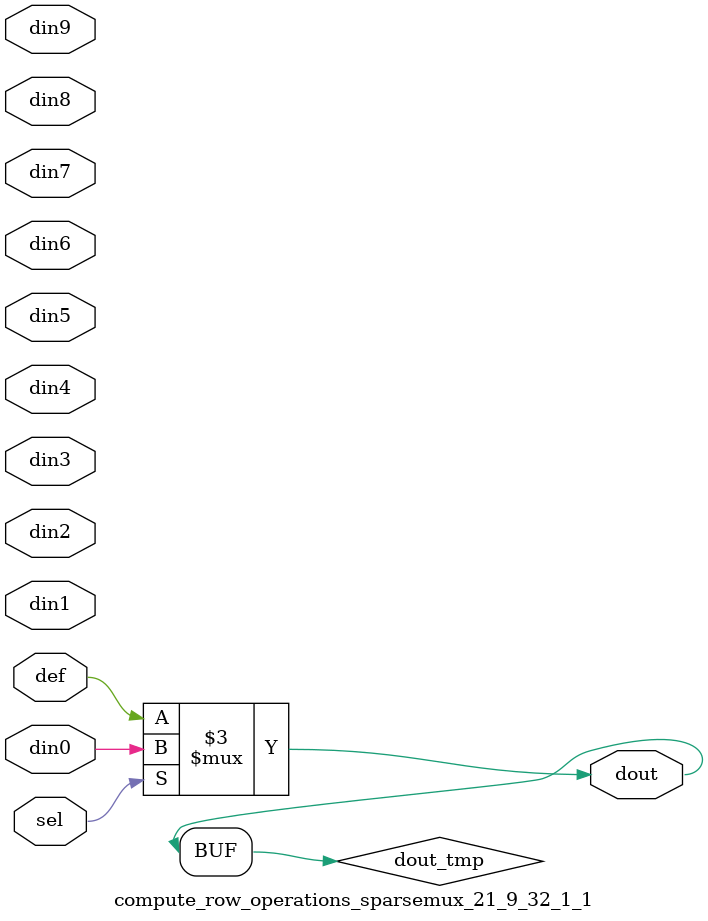
<source format=v>
`timescale 1ns / 1ps

module compute_row_operations_sparsemux_21_9_32_1_1 (din0,din1,din2,din3,din4,din5,din6,din7,din8,din9,def,sel,dout);

parameter din0_WIDTH = 1;

parameter din1_WIDTH = 1;

parameter din2_WIDTH = 1;

parameter din3_WIDTH = 1;

parameter din4_WIDTH = 1;

parameter din5_WIDTH = 1;

parameter din6_WIDTH = 1;

parameter din7_WIDTH = 1;

parameter din8_WIDTH = 1;

parameter din9_WIDTH = 1;

parameter def_WIDTH = 1;
parameter sel_WIDTH = 1;
parameter dout_WIDTH = 1;

parameter [sel_WIDTH-1:0] CASE0 = 1;

parameter [sel_WIDTH-1:0] CASE1 = 1;

parameter [sel_WIDTH-1:0] CASE2 = 1;

parameter [sel_WIDTH-1:0] CASE3 = 1;

parameter [sel_WIDTH-1:0] CASE4 = 1;

parameter [sel_WIDTH-1:0] CASE5 = 1;

parameter [sel_WIDTH-1:0] CASE6 = 1;

parameter [sel_WIDTH-1:0] CASE7 = 1;

parameter [sel_WIDTH-1:0] CASE8 = 1;

parameter [sel_WIDTH-1:0] CASE9 = 1;

parameter ID = 1;
parameter NUM_STAGE = 1;



input [din0_WIDTH-1:0] din0;

input [din1_WIDTH-1:0] din1;

input [din2_WIDTH-1:0] din2;

input [din3_WIDTH-1:0] din3;

input [din4_WIDTH-1:0] din4;

input [din5_WIDTH-1:0] din5;

input [din6_WIDTH-1:0] din6;

input [din7_WIDTH-1:0] din7;

input [din8_WIDTH-1:0] din8;

input [din9_WIDTH-1:0] din9;

input [def_WIDTH-1:0] def;
input [sel_WIDTH-1:0] sel;

output [dout_WIDTH-1:0] dout;



reg [dout_WIDTH-1:0] dout_tmp;


always @ (*) begin
(* parallel_case *) case (sel)
    
    CASE0 : dout_tmp = din0;
    
    CASE1 : dout_tmp = din1;
    
    CASE2 : dout_tmp = din2;
    
    CASE3 : dout_tmp = din3;
    
    CASE4 : dout_tmp = din4;
    
    CASE5 : dout_tmp = din5;
    
    CASE6 : dout_tmp = din6;
    
    CASE7 : dout_tmp = din7;
    
    CASE8 : dout_tmp = din8;
    
    CASE9 : dout_tmp = din9;
    
    default : dout_tmp = def;
endcase
end


assign dout = dout_tmp;



endmodule

</source>
